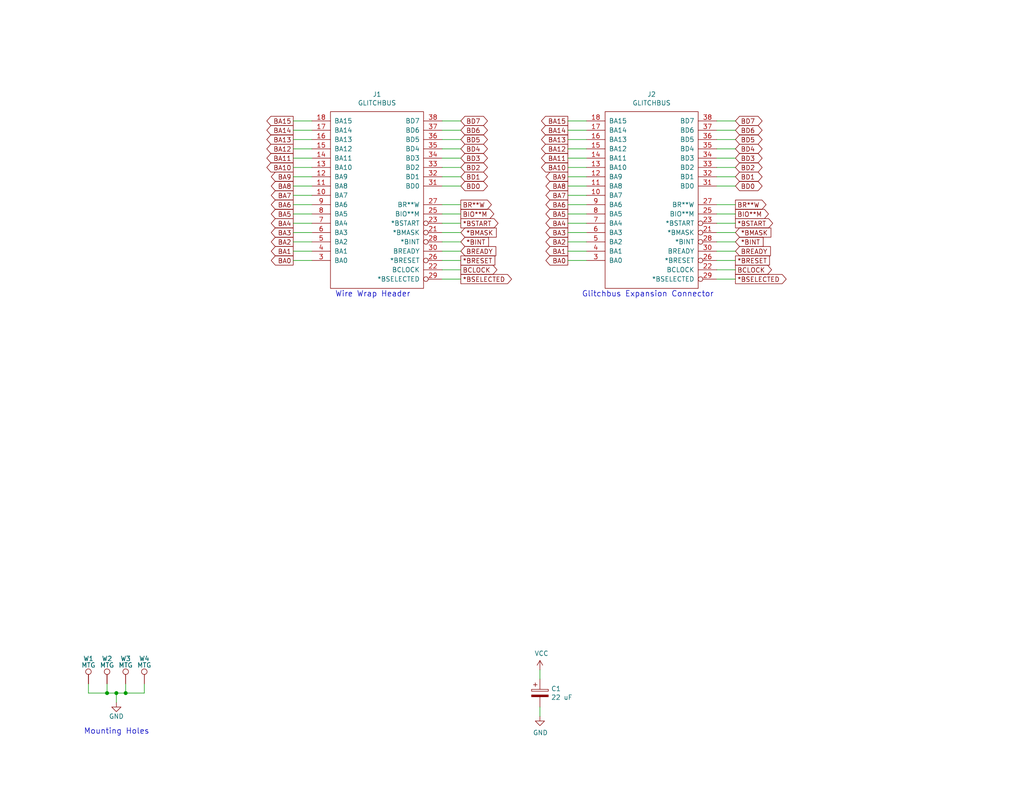
<source format=kicad_sch>
(kicad_sch (version 20231120) (generator "eeschema") (generator_version "8.0")
  (paper "USLetter")
  (title_block (title "Glitchbus Prototyping Board") (date "2024-11-12") (rev "PRODUCTION") (company "Glitch Works, LLC") (comment 1 "J. Chapman"))
  (lib_symbols
    (symbol "Connector:TestPoint" (pin_numbers hide) (pin_names (offset 0.762) hide)
      (property "Reference" "TP" (at 0 6.858 0))
      (property "Value" "TestPoint" (at 0 5.08 0))
      (symbol "TestPoint_0_1"
        (circle (center 0 3.302) (radius 0.762))
      )
      (symbol "TestPoint_1_1"
        (pin passive line (at 0 0 90) (length 2.54) (name "1") (number "1"))
      )
    )
    (symbol "Device:C_Polarized" (pin_numbers hide) (pin_names (offset 0.254))
      (property "Reference" "C" (at 0.635 2.54 0))
      (property "Value" "C_Polarized" (at 0.635 -2.54 0))
      (symbol "C_Polarized_0_1"
        (rectangle (start -2.286 0.508) (end 2.286 1.016))
        (polyline (pts (xy -1.778 2.286) (xy -0.762 2.286)))
        (polyline (pts (xy -1.27 2.794) (xy -1.27 1.778)))
        (rectangle (start 2.286 -0.508) (end -2.286 -1.016) (fill (type outline)))
      )
      (symbol "C_Polarized_1_1"
        (pin passive line (at 0 3.81 270) (length 2.794) (name "~") (number "1"))
        (pin passive line (at 0 -3.81 90) (length 2.794) (name "~") (number "2"))
      )
    )
    (symbol "gw_computer_busses:GLITCHBUS_1.0" (pin_names (offset 1.016))
      (property "Reference" "J" (at 0 0 0))
      (property "Value" "GLITCHBUS_1.0" (at 0 -2.54 0))
      (symbol "GLITCHBUS_1.0_0_1"
        (rectangle (start -12.7 20.32) (end 12.7 -27.94))
      )
      (symbol "GLITCHBUS_1.0_1_1"
        (pin power_in line (at -1.27 20.32 270) (length 5.08) hide (name "VCC") (number "1"))
        (pin output line (at -17.78 -2.54 0) (length 5.08) (name "BA7") (number "10"))
        (pin output line (at -17.78 0 0) (length 5.08) (name "BA8") (number "11"))
        (pin output line (at -17.78 2.54 0) (length 5.08) (name "BA9") (number "12"))
        (pin output line (at -17.78 5.08 0) (length 5.08) (name "BA10") (number "13"))
        (pin output line (at -17.78 7.62 0) (length 5.08) (name "BA11") (number "14"))
        (pin output line (at -17.78 10.16 0) (length 5.08) (name "BA12") (number "15"))
        (pin output line (at -17.78 12.7 0) (length 5.08) (name "BA13") (number "16"))
        (pin output line (at -17.78 15.24 0) (length 5.08) (name "BA14") (number "17"))
        (pin output line (at -17.78 17.78 0) (length 5.08) (name "BA15") (number "18"))
        (pin power_in line (at 3.81 20.32 270) (length 5.08) hide (name "GND") (number "19"))
        (pin power_in line (at -3.81 20.32 270) (length 5.08) hide (name "VCC") (number "2"))
        (pin power_in line (at 1.27 20.32 270) (length 5.08) hide (name "GND") (number "20"))
        (pin input inverted (at 17.78 -12.7 180) (length 5.08) (name "*BMASK") (number "21"))
        (pin output line (at 17.78 -22.86 180) (length 5.08) (name "BCLOCK") (number "22"))
        (pin output inverted (at 17.78 -10.16 180) (length 5.08) (name "*BSTART") (number "23"))
        (pin power_in line (at -6.35 -27.94 90) (length 5.08) hide (name "GND") (number "24"))
        (pin output line (at 17.78 -7.62 180) (length 5.08) (name "BIO**M") (number "25"))
        (pin output inverted (at 17.78 -20.32 180) (length 5.08) (name "*BRESET") (number "26"))
        (pin output line (at 17.78 -5.08 180) (length 5.08) (name "BR**W") (number "27"))
        (pin input inverted (at 17.78 -15.24 180) (length 5.08) (name "*BINT") (number "28"))
        (pin input inverted (at 17.78 -25.4 180) (length 5.08) (name "*BSELECTED") (number "29"))
        (pin output line (at -17.78 -20.32 0) (length 5.08) (name "BA0") (number "3"))
        (pin input line (at 17.78 -17.78 180) (length 5.08) (name "BREADY") (number "30"))
        (pin bidirectional line (at 17.78 0 180) (length 5.08) (name "BD0") (number "31"))
        (pin bidirectional line (at 17.78 2.54 180) (length 5.08) (name "BD1") (number "32"))
        (pin bidirectional line (at 17.78 5.08 180) (length 5.08) (name "BD2") (number "33"))
        (pin bidirectional line (at 17.78 7.62 180) (length 5.08) (name "BD3") (number "34"))
        (pin bidirectional line (at 17.78 10.16 180) (length 5.08) (name "BD4") (number "35"))
        (pin bidirectional line (at 17.78 12.7 180) (length 5.08) (name "BD5") (number "36"))
        (pin bidirectional line (at 17.78 15.24 180) (length 5.08) (name "BD6") (number "37"))
        (pin bidirectional line (at 17.78 17.78 180) (length 5.08) (name "BD7") (number "38"))
        (pin power_in line (at -3.81 -27.94 90) (length 5.08) hide (name "GND") (number "39"))
        (pin output line (at -17.78 -17.78 0) (length 5.08) (name "BA1") (number "4"))
        (pin power_in line (at -1.27 -27.94 90) (length 5.08) hide (name "GND") (number "40"))
        (pin output line (at -17.78 -15.24 0) (length 5.08) (name "BA2") (number "5"))
        (pin output line (at -17.78 -12.7 0) (length 5.08) (name "BA3") (number "6"))
        (pin output line (at -17.78 -10.16 0) (length 5.08) (name "BA4") (number "7"))
        (pin output line (at -17.78 -7.62 0) (length 5.08) (name "BA5") (number "8"))
        (pin output line (at -17.78 -5.08 0) (length 5.08) (name "BA6") (number "9"))
      )
    )
    (symbol "power:GND" (power) (pin_names (offset 0))
      (property "Value" "GND" (at 0 -3.81 0))
      (symbol "GND_0_1"
        (polyline (pts (xy 0 0) (xy 0 -1.27) (xy 1.27 -1.27) (xy 0 -2.54) (xy -1.27 -1.27) (xy 0 -1.27)))
      )
      (symbol "GND_1_1"
        (pin power_in line (at 0 0 270) (length 0) hide (name "GND") (number "1"))
      )
    )
    (symbol "power:VCC" (power) (pin_names (offset 0))
      (property "Value" "VCC" (at 0 3.81 0))
      (symbol "VCC_0_1"
        (polyline (pts (xy -0.762 1.27) (xy 0 2.54)))
        (polyline (pts (xy 0 0) (xy 0 2.54)))
        (polyline (pts (xy 0 2.54) (xy 0.762 1.27)))
      )
      (symbol "VCC_1_1"
        (pin power_in line (at 0 0 90) (length 0) hide (name "VCC") (number "1"))
      )
    )
  )
  (junction (at 31.75 189.23))
  (junction (at 29.21 189.23))
  (junction (at 34.29 189.23))
  (wire (pts (xy 154.94 55.88) (xy 160.02 55.88)))
  (wire (pts (xy 154.94 66.04) (xy 160.02 66.04)))
  (wire (pts (xy 125.73 43.18) (xy 120.65 43.18)))
  (wire (pts (xy 125.73 71.12) (xy 120.65 71.12)))
  (wire (pts (xy 29.21 189.23) (xy 29.21 186.69)))
  (wire (pts (xy 200.66 60.96) (xy 195.58 60.96)))
  (wire (pts (xy 154.94 58.42) (xy 160.02 58.42)))
  (wire (pts (xy 85.09 53.34) (xy 80.01 53.34)))
  (wire (pts (xy 160.02 43.18) (xy 154.94 43.18)))
  (wire (pts (xy 125.73 76.2) (xy 120.65 76.2)))
  (wire (pts (xy 195.58 68.58) (xy 200.66 68.58)))
  (wire (pts (xy 200.66 38.1) (xy 195.58 38.1)))
  (wire (pts (xy 80.01 58.42) (xy 85.09 58.42)))
  (wire (pts (xy 24.13 189.23) (xy 29.21 189.23)))
  (wire (pts (xy 154.94 68.58) (xy 160.02 68.58)))
  (wire (pts (xy 125.73 33.02) (xy 120.65 33.02)))
  (wire (pts (xy 200.66 76.2) (xy 195.58 76.2)))
  (wire (pts (xy 80.01 45.72) (xy 85.09 45.72)))
  (wire (pts (xy 147.32 193.04) (xy 147.32 195.58)))
  (wire (pts (xy 80.01 66.04) (xy 85.09 66.04)))
  (wire (pts (xy 125.73 48.26) (xy 120.65 48.26)))
  (wire (pts (xy 200.66 55.88) (xy 195.58 55.88)))
  (wire (pts (xy 160.02 53.34) (xy 154.94 53.34)))
  (wire (pts (xy 154.94 35.56) (xy 160.02 35.56)))
  (wire (pts (xy 200.66 45.72) (xy 195.58 45.72)))
  (wire (pts (xy 200.66 50.8) (xy 195.58 50.8)))
  (wire (pts (xy 154.94 50.8) (xy 160.02 50.8)))
  (wire (pts (xy 147.32 182.88) (xy 147.32 185.42)))
  (wire (pts (xy 80.01 60.96) (xy 85.09 60.96)))
  (wire (pts (xy 80.01 35.56) (xy 85.09 35.56)))
  (wire (pts (xy 80.01 68.58) (xy 85.09 68.58)))
  (wire (pts (xy 125.73 60.96) (xy 120.65 60.96)))
  (wire (pts (xy 200.66 35.56) (xy 195.58 35.56)))
  (wire (pts (xy 200.66 63.5) (xy 195.58 63.5)))
  (wire (pts (xy 125.73 66.04) (xy 120.65 66.04)))
  (wire (pts (xy 80.01 50.8) (xy 85.09 50.8)))
  (wire (pts (xy 125.73 63.5) (xy 120.65 63.5)))
  (wire (pts (xy 85.09 63.5) (xy 80.01 63.5)))
  (wire (pts (xy 154.94 38.1) (xy 160.02 38.1)))
  (wire (pts (xy 200.66 48.26) (xy 195.58 48.26)))
  (wire (pts (xy 39.37 189.23) (xy 39.37 186.69)))
  (wire (pts (xy 80.01 71.12) (xy 85.09 71.12)))
  (wire (pts (xy 160.02 33.02) (xy 154.94 33.02)))
  (wire (pts (xy 31.75 189.23) (xy 31.75 191.77)))
  (wire (pts (xy 34.29 189.23) (xy 34.29 186.69)))
  (wire (pts (xy 34.29 189.23) (xy 39.37 189.23)))
  (wire (pts (xy 80.01 55.88) (xy 85.09 55.88)))
  (wire (pts (xy 200.66 33.02) (xy 195.58 33.02)))
  (wire (pts (xy 85.09 43.18) (xy 80.01 43.18)))
  (wire (pts (xy 154.94 45.72) (xy 160.02 45.72)))
  (wire (pts (xy 125.73 55.88) (xy 120.65 55.88)))
  (wire (pts (xy 154.94 60.96) (xy 160.02 60.96)))
  (wire (pts (xy 85.09 33.02) (xy 80.01 33.02)))
  (wire (pts (xy 125.73 45.72) (xy 120.65 45.72)))
  (wire (pts (xy 24.13 189.23) (xy 24.13 186.69)))
  (wire (pts (xy 125.73 58.42) (xy 120.65 58.42)))
  (wire (pts (xy 154.94 48.26) (xy 160.02 48.26)))
  (wire (pts (xy 125.73 73.66) (xy 120.65 73.66)))
  (wire (pts (xy 125.73 38.1) (xy 120.65 38.1)))
  (wire (pts (xy 200.66 58.42) (xy 195.58 58.42)))
  (wire (pts (xy 154.94 71.12) (xy 160.02 71.12)))
  (wire (pts (xy 200.66 40.64) (xy 195.58 40.64)))
  (wire (pts (xy 160.02 63.5) (xy 154.94 63.5)))
  (wire (pts (xy 80.01 48.26) (xy 85.09 48.26)))
  (wire (pts (xy 125.73 50.8) (xy 120.65 50.8)))
  (wire (pts (xy 125.73 35.56) (xy 120.65 35.56)))
  (wire (pts (xy 200.66 66.04) (xy 195.58 66.04)))
  (wire (pts (xy 200.66 43.18) (xy 195.58 43.18)))
  (wire (pts (xy 80.01 38.1) (xy 85.09 38.1)))
  (wire (pts (xy 29.21 189.23) (xy 31.75 189.23)))
  (wire (pts (xy 125.73 40.64) (xy 120.65 40.64)))
  (wire (pts (xy 80.01 40.64) (xy 85.09 40.64)))
  (wire (pts (xy 31.75 189.23) (xy 34.29 189.23)))
  (wire (pts (xy 154.94 40.64) (xy 160.02 40.64)))
  (wire (pts (xy 200.66 73.66) (xy 195.58 73.66)))
  (wire (pts (xy 120.65 68.58) (xy 125.73 68.58)))
  (wire (pts (xy 200.66 71.12) (xy 195.58 71.12)))
  (text "Mounting Holes" (at 22.86 200.66 0) (effects (font (size 1.524 1.524)) (justify left bottom)))
  (text "Glitchbus Expansion Connector" (at 158.75 81.28 0) (effects (font (size 1.524 1.524)) (justify left bottom)))
  (text "Wire Wrap Header" (at 91.44 81.28 0) (effects (font (size 1.524 1.524)) (justify left bottom)))
  (global_label "BA3" (shape output) (at 154.94 63.5 180) (property "Intersheetrefs" "${INTERSHEET_REFS}" (effects (hide yes))))
  (global_label "BA1" (shape output) (at 154.94 68.58 180) (property "Intersheetrefs" "${INTERSHEET_REFS}" (effects (hide yes))))
  (global_label "BA14" (shape output) (at 154.94 35.56 180) (property "Intersheetrefs" "${INTERSHEET_REFS}" (effects (hide yes))))
  (global_label "BA15" (shape output) (at 154.94 33.02 180) (property "Intersheetrefs" "${INTERSHEET_REFS}" (effects (hide yes))))
  (global_label "BA3" (shape output) (at 80.01 63.5 180) (property "Intersheetrefs" "${INTERSHEET_REFS}" (effects (hide yes))))
  (global_label "BA1" (shape output) (at 80.01 68.58 180) (property "Intersheetrefs" "${INTERSHEET_REFS}" (effects (hide yes))))
  (global_label "BA11" (shape output) (at 80.01 43.18 180) (property "Intersheetrefs" "${INTERSHEET_REFS}" (effects (hide yes))))
  (global_label "BA8" (shape output) (at 154.94 50.8 180) (property "Intersheetrefs" "${INTERSHEET_REFS}" (effects (hide yes))))
  (global_label "BD4" (shape bidirectional) (at 200.66 40.64 0) (property "Intersheetrefs" "${INTERSHEET_REFS}" (effects (hide yes))))
  (global_label "BD2" (shape bidirectional) (at 200.66 45.72 0) (property "Intersheetrefs" "${INTERSHEET_REFS}" (effects (hide yes))))
  (global_label "BREADY" (shape input) (at 125.73 68.58 0) (property "Intersheetrefs" "${INTERSHEET_REFS}" (effects (hide yes))))
  (global_label "BA5" (shape output) (at 154.94 58.42 180) (property "Intersheetrefs" "${INTERSHEET_REFS}" (effects (hide yes))))
  (global_label "*BMASK" (shape input) (at 200.66 63.5 0) (property "Intersheetrefs" "${INTERSHEET_REFS}" (effects (hide yes))))
  (global_label "BD5" (shape bidirectional) (at 200.66 38.1 0) (property "Intersheetrefs" "${INTERSHEET_REFS}" (effects (hide yes))))
  (global_label "BA12" (shape output) (at 80.01 40.64 180) (property "Intersheetrefs" "${INTERSHEET_REFS}" (effects (hide yes))))
  (global_label "*BINT" (shape input) (at 200.66 66.04 0) (property "Intersheetrefs" "${INTERSHEET_REFS}" (effects (hide yes))))
  (global_label "*BSTART" (shape output) (at 125.73 60.96 0) (property "Intersheetrefs" "${INTERSHEET_REFS}" (effects (hide yes))))
  (global_label "BD0" (shape bidirectional) (at 125.73 50.8 0) (property "Intersheetrefs" "${INTERSHEET_REFS}" (effects (hide yes))))
  (global_label "BA10" (shape output) (at 154.94 45.72 180) (property "Intersheetrefs" "${INTERSHEET_REFS}" (effects (hide yes))))
  (global_label "BA5" (shape output) (at 80.01 58.42 180) (property "Intersheetrefs" "${INTERSHEET_REFS}" (effects (hide yes))))
  (global_label "BA9" (shape output) (at 80.01 48.26 180) (property "Intersheetrefs" "${INTERSHEET_REFS}" (effects (hide yes))))
  (global_label "BA2" (shape output) (at 154.94 66.04 180) (property "Intersheetrefs" "${INTERSHEET_REFS}" (effects (hide yes))))
  (global_label "BA4" (shape output) (at 154.94 60.96 180) (property "Intersheetrefs" "${INTERSHEET_REFS}" (effects (hide yes))))
  (global_label "BD1" (shape bidirectional) (at 125.73 48.26 0) (property "Intersheetrefs" "${INTERSHEET_REFS}" (effects (hide yes))))
  (global_label "BA4" (shape output) (at 80.01 60.96 180) (property "Intersheetrefs" "${INTERSHEET_REFS}" (effects (hide yes))))
  (global_label "BD5" (shape bidirectional) (at 125.73 38.1 0) (property "Intersheetrefs" "${INTERSHEET_REFS}" (effects (hide yes))))
  (global_label "BD0" (shape bidirectional) (at 200.66 50.8 0) (property "Intersheetrefs" "${INTERSHEET_REFS}" (effects (hide yes))))
  (global_label "*BRESET" (shape passive) (at 200.66 71.12 0) (property "Intersheetrefs" "${INTERSHEET_REFS}" (effects (hide yes))))
  (global_label "BA7" (shape output) (at 80.01 53.34 180) (property "Intersheetrefs" "${INTERSHEET_REFS}" (effects (hide yes))))
  (global_label "BD3" (shape bidirectional) (at 125.73 43.18 0) (property "Intersheetrefs" "${INTERSHEET_REFS}" (effects (hide yes))))
  (global_label "BCLOCK" (shape output) (at 125.73 73.66 0) (property "Intersheetrefs" "${INTERSHEET_REFS}" (effects (hide yes))))
  (global_label "BA14" (shape output) (at 80.01 35.56 180) (property "Intersheetrefs" "${INTERSHEET_REFS}" (effects (hide yes))))
  (global_label "BD2" (shape bidirectional) (at 125.73 45.72 0) (property "Intersheetrefs" "${INTERSHEET_REFS}" (effects (hide yes))))
  (global_label "*BINT" (shape input) (at 125.73 66.04 0) (property "Intersheetrefs" "${INTERSHEET_REFS}" (effects (hide yes))))
  (global_label "BR**W" (shape output) (at 125.73 55.88 0) (property "Intersheetrefs" "${INTERSHEET_REFS}" (effects (hide yes))))
  (global_label "BA13" (shape output) (at 154.94 38.1 180) (property "Intersheetrefs" "${INTERSHEET_REFS}" (effects (hide yes))))
  (global_label "BD7" (shape bidirectional) (at 125.73 33.02 0) (property "Intersheetrefs" "${INTERSHEET_REFS}" (effects (hide yes))))
  (global_label "BA0" (shape output) (at 80.01 71.12 180) (property "Intersheetrefs" "${INTERSHEET_REFS}" (effects (hide yes))))
  (global_label "BD6" (shape bidirectional) (at 125.73 35.56 0) (property "Intersheetrefs" "${INTERSHEET_REFS}" (effects (hide yes))))
  (global_label "BA11" (shape output) (at 154.94 43.18 180) (property "Intersheetrefs" "${INTERSHEET_REFS}" (effects (hide yes))))
  (global_label "BA2" (shape output) (at 80.01 66.04 180) (property "Intersheetrefs" "${INTERSHEET_REFS}" (effects (hide yes))))
  (global_label "BA9" (shape output) (at 154.94 48.26 180) (property "Intersheetrefs" "${INTERSHEET_REFS}" (effects (hide yes))))
  (global_label "*BRESET" (shape passive) (at 125.73 71.12 0) (property "Intersheetrefs" "${INTERSHEET_REFS}" (effects (hide yes))))
  (global_label "*BSTART" (shape output) (at 200.66 60.96 0) (property "Intersheetrefs" "${INTERSHEET_REFS}" (effects (hide yes))))
  (global_label "BIO**M" (shape output) (at 200.66 58.42 0) (property "Intersheetrefs" "${INTERSHEET_REFS}" (effects (hide yes))))
  (global_label "BR**W" (shape output) (at 200.66 55.88 0) (property "Intersheetrefs" "${INTERSHEET_REFS}" (effects (hide yes))))
  (global_label "BA7" (shape output) (at 154.94 53.34 180) (property "Intersheetrefs" "${INTERSHEET_REFS}" (effects (hide yes))))
  (global_label "BD1" (shape bidirectional) (at 200.66 48.26 0) (property "Intersheetrefs" "${INTERSHEET_REFS}" (effects (hide yes))))
  (global_label "BCLOCK" (shape output) (at 200.66 73.66 0) (property "Intersheetrefs" "${INTERSHEET_REFS}" (effects (hide yes))))
  (global_label "*BMASK" (shape input) (at 125.73 63.5 0) (property "Intersheetrefs" "${INTERSHEET_REFS}" (effects (hide yes))))
  (global_label "BA10" (shape output) (at 80.01 45.72 180) (property "Intersheetrefs" "${INTERSHEET_REFS}" (effects (hide yes))))
  (global_label "BA12" (shape output) (at 154.94 40.64 180) (property "Intersheetrefs" "${INTERSHEET_REFS}" (effects (hide yes))))
  (global_label "BD7" (shape bidirectional) (at 200.66 33.02 0) (property "Intersheetrefs" "${INTERSHEET_REFS}" (effects (hide yes))))
  (global_label "BA0" (shape output) (at 154.94 71.12 180) (property "Intersheetrefs" "${INTERSHEET_REFS}" (effects (hide yes))))
  (global_label "BD3" (shape bidirectional) (at 200.66 43.18 0) (property "Intersheetrefs" "${INTERSHEET_REFS}" (effects (hide yes))))
  (global_label "BREADY" (shape input) (at 200.66 68.58 0) (property "Intersheetrefs" "${INTERSHEET_REFS}" (effects (hide yes))))
  (global_label "BD6" (shape bidirectional) (at 200.66 35.56 0) (property "Intersheetrefs" "${INTERSHEET_REFS}" (effects (hide yes))))
  (global_label "*BSELECTED" (shape output) (at 125.73 76.2 0) (property "Intersheetrefs" "${INTERSHEET_REFS}" (effects (hide yes))))
  (global_label "BA6" (shape output) (at 80.01 55.88 180) (property "Intersheetrefs" "${INTERSHEET_REFS}" (effects (hide yes))))
  (global_label "BA15" (shape output) (at 80.01 33.02 180) (property "Intersheetrefs" "${INTERSHEET_REFS}" (effects (hide yes))))
  (global_label "BA8" (shape output) (at 80.01 50.8 180) (property "Intersheetrefs" "${INTERSHEET_REFS}" (effects (hide yes))))
  (global_label "BD4" (shape bidirectional) (at 125.73 40.64 0) (property "Intersheetrefs" "${INTERSHEET_REFS}" (effects (hide yes))))
  (global_label "BA13" (shape output) (at 80.01 38.1 180) (property "Intersheetrefs" "${INTERSHEET_REFS}" (effects (hide yes))))
  (global_label "BA6" (shape output) (at 154.94 55.88 180) (property "Intersheetrefs" "${INTERSHEET_REFS}" (effects (hide yes))))
  (global_label "*BSELECTED" (shape output) (at 200.66 76.2 0) (property "Intersheetrefs" "${INTERSHEET_REFS}" (effects (hide yes))))
  (global_label "BIO**M" (shape output) (at 125.73 58.42 0) (property "Intersheetrefs" "${INTERSHEET_REFS}" (effects (hide yes))))
  (symbol (lib_id "Connector:TestPoint") (at 24.13 186.69 0) (unit 1)
    (property "Reference" "W1" (at 24.13 179.832 0))
    (property "Value" "MTG" (at 24.13 181.61 0))
    (property "Footprint" "mounting:120mil_no_silkscreen" (effects (hide yes)))
  )
  (symbol (lib_id "Connector:TestPoint") (at 29.21 186.69 0) (unit 1)
    (property "Reference" "W2" (at 29.21 179.832 0))
    (property "Value" "MTG" (at 29.21 181.61 0))
    (property "Footprint" "mounting:120mil_no_silkscreen" (effects (hide yes)))
  )
  (symbol (lib_id "Connector:TestPoint") (at 34.29 186.69 0) (unit 1)
    (property "Reference" "W3" (at 34.29 179.832 0))
    (property "Value" "MTG" (at 34.29 181.61 0))
    (property "Footprint" "mounting:120mil_no_silkscreen" (effects (hide yes)))
  )
  (symbol (lib_id "Connector:TestPoint") (at 39.37 186.69 0) (unit 1)
    (property "Reference" "W4" (at 39.37 179.832 0))
    (property "Value" "MTG" (at 39.37 181.61 0))
    (property "Footprint" "mounting:120mil_no_silkscreen" (effects (hide yes)))
  )
  (symbol (lib_id "power:GND") (at 31.75 191.77 0) (unit 1)
    (property "Reference" "#PWR010" (effects (hide yes)))
    (property "Value" "GND" (at 31.75 195.58 0))
  )
  (symbol (lib_id "gw_computer_busses:GLITCHBUS_1.0") (at 102.87 50.8 0) (unit 1)
    (property "Reference" "J1" (at 102.87 25.7556 0))
    (property "Value" "GLITCHBUS" (at 102.87 28.1178 0))
    (property "Footprint" "gw_headers:STRAIGHT_2x20" (effects (hide yes)))
  )
  (symbol (lib_id "gw_computer_busses:GLITCHBUS_1.0") (at 177.8 50.8 0) (unit 1)
    (property "Reference" "J2" (at 177.8 25.7556 0))
    (property "Value" "GLITCHBUS" (at 177.8 28.1178 0))
    (property "Footprint" "gw_headers:STRAIGHT_2x20" (effects (hide yes)))
  )
  (symbol (lib_id "Device:C_Polarized") (at 147.32 189.23 0) (unit 1)
    (property "Reference" "C1" (at 150.368 188.0362 0) (effects (justify left)))
    (property "Value" "22 uF" (at 150.368 190.3984 0) (effects (justify left)))
    (property "Footprint" "gw_caps_polarized:CP_AX_700_200" (effects (hide yes)))
    (property "Description" "Polarized capacitor" (effects (hide yes)))
  )
  (symbol (lib_id "power:VCC") (at 147.32 182.88 0) (unit 1)
    (property "Reference" "#PWR0101" (effects (hide yes)))
    (property "Value" "VCC" (at 147.7518 178.4096 0))
  )
  (symbol (lib_id "power:GND") (at 147.32 195.58 0) (unit 1)
    (property "Reference" "#PWR0102" (effects (hide yes)))
    (property "Value" "GND" (at 147.447 200.0504 0))
  )
)
</source>
